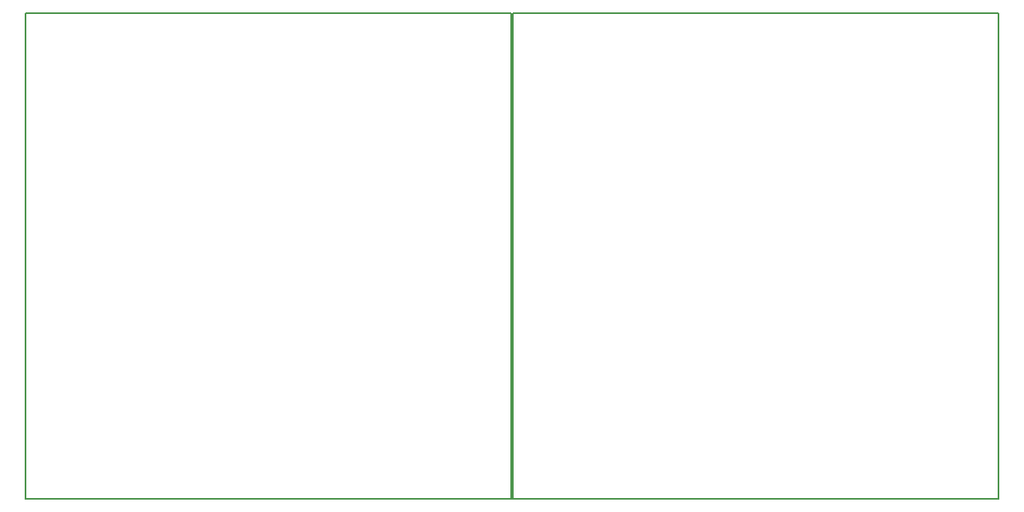
<source format=gbr>
G04 #@! TF.FileFunction,Profile,NP*
%FSLAX46Y46*%
G04 Gerber Fmt 4.6, Leading zero omitted, Abs format (unit mm)*
G04 Created by KiCad (PCBNEW 4.0.5) date Thu Feb 16 15:30:16 2017*
%MOMM*%
%LPD*%
G01*
G04 APERTURE LIST*
%ADD10C,0.100000*%
%ADD11C,0.150000*%
G04 APERTURE END LIST*
D10*
D11*
X150000000Y-50000000D02*
X100000000Y-50000000D01*
X150000000Y-100000000D02*
X150000000Y-50000000D01*
X100000000Y-100000000D02*
X150000000Y-100000000D01*
X100000000Y-50000000D02*
X100000000Y-100000000D01*
X150150000Y-100000000D02*
X200150000Y-100000000D01*
X150150000Y-50000000D02*
X150150000Y-100000000D01*
X200150000Y-50000000D02*
X150150000Y-50000000D01*
X200150000Y-100000000D02*
X200150000Y-50000000D01*
M02*

</source>
